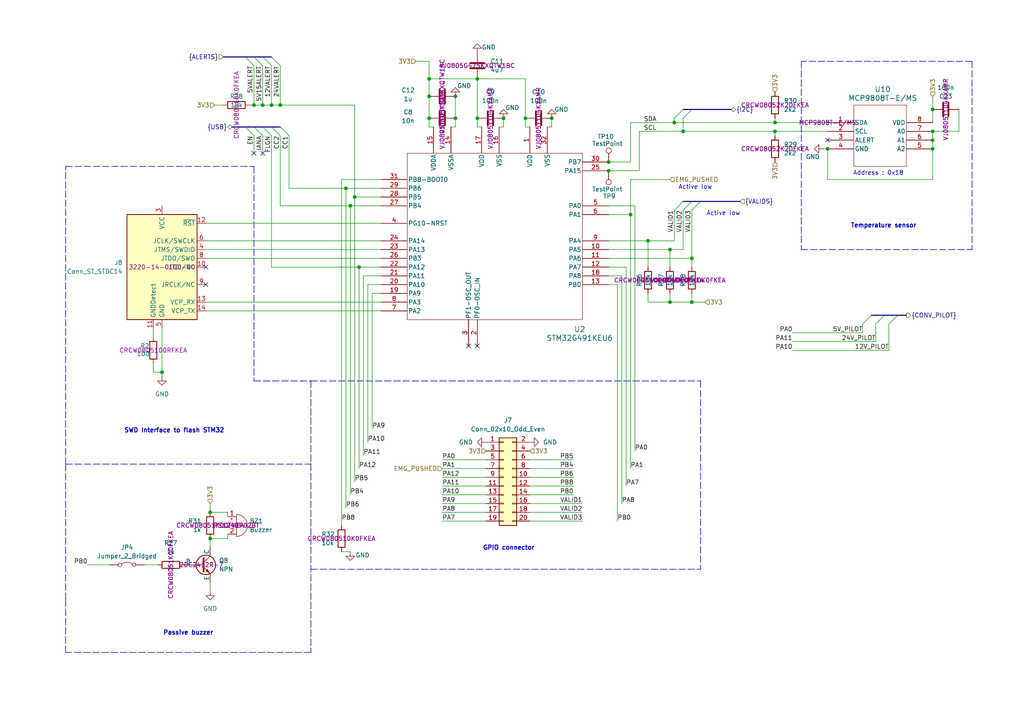
<source format=kicad_sch>
(kicad_sch (version 20250114) (generator "eeschema") (generator_version "9.0")
  (paper "A4")
  (title_block (title "Power supply controller") (date "2025-02-10") (rev "3") (company "Modelec") (comment 1 "read temperature, power measurements and validity status of the inputs") (comment 2 "GPIO are accessible via J7 connector. The microcontroller can detect an emergency stop,") (comment 3 "robot power supply. The microcontroller is programmable via SWD interface. Most of the ") (comment 4 "The aim of the microcontroller is to provide a control and monitoring interface for the "))
  (lib_symbols
    (symbol "Connector:Conn_ST_STDC14"
      (property "Reference" "J" (at -8.89 16.51 0))
      (property "Value" "Conn_ST_STDC14" (at 17.78 16.51 0))
      (symbol "Conn_ST_STDC14_0_1"
        (rectangle (start -10.16 15.24) (end 10.16 -15.24) (stroke (width 0.254)) (fill (type background)))
      )
      (symbol "Conn_ST_STDC14_1_1"
        (pin no_connect line (at -10.16 5.08 0) (length 2.54) (hide yes) (name "NC") (number "1"))
        (pin no_connect line (at -10.16 2.54 0) (length 2.54) (hide yes) (name "NC") (number "2"))
        (pin passive line (at -2.54 -17.78 90) (length 2.54) (name "GNDDetect") (number "11"))
        (pin power_in line (at 0 17.78 270) (length 2.54) (name "VCC") (number "3"))
        (pin power_in line (at 0 -17.78 90) (length 2.54) (name "GND") (number "5"))
        (pin passive line (at 0 -17.78 90) (length 2.54) (hide yes) (name "GND") (number "7"))
        (pin open_collector line (at 12.7 12.7 180) (length 2.54) (name "~{RST}") (number "12"))
        (pin output line (at 12.7 7.62 180) (length 2.54) (name "JCLK/SWCLK") (number "6"))
        (pin bidirectional line (at 12.7 5.08 180) (length 2.54) (name "JTMS/SWDIO") (number "4"))
        (pin input line (at 12.7 2.54 180) (length 2.54) (name "JTDO/SWO") (number "8"))
        (pin output line (at 12.7 0 180) (length 2.54) (name "JTDI/NC") (number "10"))
        (pin input line (at 12.7 -5.08 180) (length 2.54) (name "JRCLK/NC") (number "9"))
        (pin output line (at 12.7 -10.16 180) (length 2.54) (name "VCP_RX") (number "13"))
        (pin input line (at 12.7 -12.7 180) (length 2.54) (name "VCP_TX") (number "14"))
      )
    )
    (symbol "Connector:TestPoint" (pin_numbers (hide yes)) (pin_names (offset 0.762) (hide yes))
      (property "Reference" "TP" (at 0 6.858 0))
      (property "Value" "TestPoint" (at 0 5.08 0))
      (symbol "TestPoint_0_1"
        (circle (center 0 3.302) (radius 0.762))
      )
      (symbol "TestPoint_1_1"
        (pin passive line (at 0 0 90) (length 2.54) (name "1") (number "1"))
      )
    )
    (symbol "Connector_Generic:Conn_02x10_Odd_Even" (pin_names (offset 1.016) (hide yes))
      (property "Reference" "J" (at 1.27 12.7 0))
      (property "Value" "Conn_02x10_Odd_Even" (at 1.27 -15.24 0))
      (symbol "Conn_02x10_Odd_Even_1_1"
        (rectangle (start -1.27 11.43) (end 3.81 -13.97) (stroke (width 0.254)) (fill (type background)))
        (rectangle (start -1.27 10.287) (end 0 10.033) (stroke (width 0.1524)))
        (rectangle (start -1.27 7.747) (end 0 7.493) (stroke (width 0.1524)))
        (rectangle (start -1.27 5.207) (end 0 4.953) (stroke (width 0.1524)))
        (rectangle (start -1.27 2.667) (end 0 2.413) (stroke (width 0.1524)))
        (rectangle (start -1.27 0.127) (end 0 -0.127) (stroke (width 0.1524)))
        (rectangle (start -1.27 -2.413) (end 0 -2.667) (stroke (width 0.1524)))
        (rectangle (start -1.27 -4.953) (end 0 -5.207) (stroke (width 0.1524)))
        (rectangle (start -1.27 -7.493) (end 0 -7.747) (stroke (width 0.1524)))
        (rectangle (start -1.27 -10.033) (end 0 -10.287) (stroke (width 0.1524)))
        (rectangle (start -1.27 -12.573) (end 0 -12.827) (stroke (width 0.1524)))
        (rectangle (start 3.81 10.287) (end 2.54 10.033) (stroke (width 0.1524)))
        (rectangle (start 3.81 7.747) (end 2.54 7.493) (stroke (width 0.1524)))
        (rectangle (start 3.81 5.207) (end 2.54 4.953) (stroke (width 0.1524)))
        (rectangle (start 3.81 2.667) (end 2.54 2.413) (stroke (width 0.1524)))
        (rectangle (start 3.81 0.127) (end 2.54 -0.127) (stroke (width 0.1524)))
        (rectangle (start 3.81 -2.413) (end 2.54 -2.667) (stroke (width 0.1524)))
        (rectangle (start 3.81 -4.953) (end 2.54 -5.207) (stroke (width 0.1524)))
        (rectangle (start 3.81 -7.493) (end 2.54 -7.747) (stroke (width 0.1524)))
        (rectangle (start 3.81 -10.033) (end 2.54 -10.287) (stroke (width 0.1524)))
        (rectangle (start 3.81 -12.573) (end 2.54 -12.827) (stroke (width 0.1524)))
        (pin passive line (at -5.08 10.16 0) (length 3.81) (name "Pin_1") (number "1"))
        (pin passive line (at -5.08 7.62 0) (length 3.81) (name "Pin_3") (number "3"))
        (pin passive line (at -5.08 5.08 0) (length 3.81) (name "Pin_5") (number "5"))
        (pin passive line (at -5.08 2.54 0) (length 3.81) (name "Pin_7") (number "7"))
        (pin passive line (at -5.08 0 0) (length 3.81) (name "Pin_9") (number "9"))
        (pin passive line (at -5.08 -2.54 0) (length 3.81) (name "Pin_11") (number "11"))
        (pin passive line (at -5.08 -5.08 0) (length 3.81) (name "Pin_13") (number "13"))
        (pin passive line (at -5.08 -7.62 0) (length 3.81) (name "Pin_15") (number "15"))
        (pin passive line (at -5.08 -10.16 0) (length 3.81) (name "Pin_17") (number "17"))
        (pin passive line (at -5.08 -12.7 0) (length 3.81) (name "Pin_19") (number "19"))
        (pin passive line (at 7.62 10.16 180) (length 3.81) (name "Pin_2") (number "2"))
        (pin passive line (at 7.62 7.62 180) (length 3.81) (name "Pin_4") (number "4"))
        (pin passive line (at 7.62 5.08 180) (length 3.81) (name "Pin_6") (number "6"))
        (pin passive line (at 7.62 2.54 180) (length 3.81) (name "Pin_8") (number "8"))
        (pin passive line (at 7.62 0 180) (length 3.81) (name "Pin_10") (number "10"))
        (pin passive line (at 7.62 -2.54 180) (length 3.81) (name "Pin_12") (number "12"))
        (pin passive line (at 7.62 -5.08 180) (length 3.81) (name "Pin_14") (number "14"))
        (pin passive line (at 7.62 -7.62 180) (length 3.81) (name "Pin_16") (number "16"))
        (pin passive line (at 7.62 -10.16 180) (length 3.81) (name "Pin_18") (number "18"))
        (pin passive line (at 7.62 -12.7 180) (length 3.81) (name "Pin_20") (number "20"))
      )
    )
    (symbol "Device:Buzzer" (pin_names (offset 0.0254) (hide yes))
      (property "Reference" "BZ" (at 3.81 1.27 0))
      (property "Value" "Buzzer" (at 3.81 -1.27 0))
      (symbol "Buzzer_0_1"
        (polyline (pts (xy -1.651 1.905) (xy -1.143 1.905)))
        (polyline (pts (xy -1.397 2.159) (xy -1.397 1.651)))
        (arc (start 0 3.175) (mid 3.1612 0) (end 0 -3.175))
        (polyline (pts (xy 0 3.175) (xy 0 -3.175)))
      )
      (symbol "Buzzer_1_1"
        (pin passive line (at -2.54 2.54 0) (length 2.54) (name "+") (number "1"))
        (pin passive line (at -2.54 -2.54 0) (length 2.54) (name "-") (number "2"))
      )
    )
    (symbol "Device:C" (pin_numbers (hide yes)) (pin_names (offset 0.254))
      (property "Reference" "C" (at 0.635 2.54 0))
      (property "Value" "C" (at 0.635 -2.54 0))
      (symbol "C_0_1"
        (polyline (pts (xy -2.032 0.762) (xy 2.032 0.762)) (stroke (width 0.508)))
        (polyline (pts (xy -2.032 -0.762) (xy 2.032 -0.762)) (stroke (width 0.508)))
      )
      (symbol "C_1_1"
        (pin passive line (at 0 3.81 270) (length 2.794) (name "~") (number "1"))
        (pin passive line (at 0 -3.81 90) (length 2.794) (name "~") (number "2"))
      )
    )
    (symbol "Device:R" (pin_numbers (hide yes)) (pin_names (offset 0))
      (property "Reference" "R" (at 2.032 0 90))
      (property "Value" "R" (at 0 0 90))
      (symbol "R_0_1"
        (rectangle (start -1.016 -2.54) (end 1.016 2.54) (stroke (width 0.254)))
      )
      (symbol "R_1_1"
        (pin passive line (at 0 3.81 270) (length 1.27) (name "~") (number "1"))
        (pin passive line (at 0 -3.81 90) (length 1.27) (name "~") (number "2"))
      )
    )
    (symbol "Jumper:Jumper_2_Bridged" (pin_numbers (hide yes)) (pin_names (offset 0) (hide yes)) (exclude_from_sim yes)
      (property "Reference" "JP" (at 0 1.905 0))
      (property "Value" "Jumper_2_Bridged" (at 0 -2.54 0))
      (symbol "Jumper_2_Bridged_0_0"
        (circle (center -2.032 0) (radius 0.508))
        (circle (center 2.032 0) (radius 0.508))
      )
      (symbol "Jumper_2_Bridged_0_1"
        (arc (start -1.524 0.254) (mid 0 0.762) (end 1.524 0.254))
      )
      (symbol "Jumper_2_Bridged_1_1"
        (pin passive line (at -5.08 0 0) (length 2.54) (name "A") (number "1"))
        (pin passive line (at 5.08 0 180) (length 2.54) (name "B") (number "2"))
      )
    )
    (symbol "Modelec:MCP9808T-E_MS" (pin_names (offset 0.254))
      (property "Reference" "U10" (at 16.002 9.652 0))
      (property "Value" "MCP9808T-E/MS" (at 16.002 7.112 0))
      (symbol "MCP9808T-E_MS_0_1"
        (polyline (pts (xy 7.62 5.08) (xy 7.62 -12.7)) (stroke (width 0.127)))
        (polyline (pts (xy 7.62 -12.7) (xy 22.86 -12.7)) (stroke (width 0.127)))
        (polyline (pts (xy 22.86 5.08) (xy 7.62 5.08)) (stroke (width 0.127)))
        (polyline (pts (xy 22.86 -12.7) (xy 22.86 5.08)) (stroke (width 0.127)))
        (pin unspecified line (at 0 0 0) (length 7.62) (name "SDA") (number "1"))
        (pin unspecified line (at 0 -2.54 0) (length 7.62) (name "SCL") (number "2"))
        (pin output line (at 0 -5.08 0) (length 7.62) (name "ALERT") (number "3"))
        (pin power_in line (at 0 -7.62 0) (length 7.62) (name "GND") (number "4"))
        (pin power_in line (at 30.48 0 180) (length 7.62) (name "VDD") (number "8"))
        (pin unspecified line (at 30.48 -2.54 180) (length 7.62) (name "A0") (number "7"))
        (pin unspecified line (at 30.48 -5.08 180) (length 7.62) (name "A1") (number "6"))
        (pin unspecified line (at 30.48 -7.62 180) (length 7.62) (name "A2") (number "5"))
      )
    )
    (symbol "Modelec:STM32G491KEU6" (pin_names (offset 0.254))
      (property "Reference" "U2" (at 57.658 -45.974 0))
      (property "Value" "STM32G491KEU6" (at 57.658 -48.514 0))
      (symbol "STM32G491KEU6_0_1"
        (polyline (pts (xy 7.62 5.08) (xy 58.42 5.08)) (stroke (width 0.127)))
        (polyline (pts (xy 7.62 -43.18) (xy 7.62 5.08)) (stroke (width 0.127)))
        (polyline (pts (xy 58.42 5.08) (xy 58.42 -43.18)) (stroke (width 0.127)))
        (polyline (pts (xy 58.42 -43.18) (xy 7.62 -43.18)) (stroke (width 0.127)))
        (pin bidirectional line (at 0 -2.54 0) (length 7.62) (name "PB8-BOOT0") (number "31"))
        (pin bidirectional line (at 0 -5.08 0) (length 7.62) (name "PB6") (number "29"))
        (pin bidirectional line (at 0 -7.62 0) (length 7.62) (name "PB5") (number "28"))
        (pin bidirectional line (at 0 -10.16 0) (length 7.62) (name "PB4") (number "27"))
        (pin unspecified line (at 0 -15.24 0) (length 7.62) (name "PG10-NRST") (number "4"))
        (pin bidirectional line (at 0 -20.32 0) (length 7.62) (name "PA14") (number "24"))
        (pin bidirectional line (at 0 -22.86 0) (length 7.62) (name "PA13") (number "23"))
        (pin bidirectional line (at 0 -25.4 0) (length 7.62) (name "PB3") (number "26"))
        (pin bidirectional line (at 0 -27.94 0) (length 7.62) (name "PA12") (number "22"))
        (pin bidirectional line (at 0 -30.48 0) (length 7.62) (name "PA11") (number "21"))
        (pin bidirectional line (at 0 -33.02 0) (length 7.62) (name "PA10") (number "20"))
        (pin bidirectional line (at 0 -35.56 0) (length 7.62) (name "PA9") (number "19"))
        (pin bidirectional line (at 0 -38.1 0) (length 7.62) (name "PA3") (number "8"))
        (pin bidirectional line (at 0 -40.64 0) (length 7.62) (name "PA2") (number "7"))
        (pin power_in line (at 20.32 12.7 270) (length 7.62) (name "VSSA") (number "14"))
        (pin output line (at 25.4 -50.8 90) (length 7.62) (name "PF1-OSC_OUT") (number "3"))
        (pin bidirectional line (at 27.94 -50.8 90) (length 7.62) (name "PF0-OSC_IN") (number "2"))
        (pin power_in line (at 29.21 12.7 270) (length 7.62) (name "VDD") (number "17"))
        (pin power_in line (at 34.29 12.7 270) (length 7.62) (name "VSS") (number "16"))
        (pin power_in line (at 43.18 12.7 270) (length 7.62) (name "VDD") (number "1"))
        (pin power_out line (at 48.26 12.7 270) (length 7.62) (name "VSS") (number "32"))
        (pin bidirectional line (at 66.04 2.54 180) (length 7.62) (name "PB7") (number "30"))
        (pin bidirectional line (at 66.04 0 180) (length 7.62) (name "PA15") (number "25"))
        (pin bidirectional line (at 66.04 -10.16 180) (length 7.62) (name "PA0") (number "5"))
        (pin bidirectional line (at 66.04 -12.7 180) (length 7.62) (name "PA1") (number "6"))
        (pin bidirectional line (at 66.04 -20.32 180) (length 7.62) (name "PA4") (number "9"))
        (pin bidirectional line (at 66.04 -22.86 180) (length 7.62) (name "PA5") (number "10"))
        (pin bidirectional line (at 66.04 -25.4 180) (length 7.62) (name "PA6") (number "11"))
        (pin bidirectional line (at 66.04 -27.94 180) (length 7.62) (name "PA7") (number "12"))
        (pin bidirectional line (at 66.04 -30.48 180) (length 7.62) (name "PA8") (number "18"))
        (pin bidirectional line (at 66.04 -33.02 180) (length 7.62) (name "PB0") (number "13"))
      )
      (symbol "STM32G491KEU6_1_1"
        (pin power_in line (at 15.24 12.7 270) (length 7.62) (name "VDDA") (number "15"))
      )
    )
    (symbol "Simulation_SPICE:NPN" (pin_numbers (hide yes)) (pin_names (offset 0))
      (property "Reference" "Q8" (at 5.08 1.2701 0))
      (property "Value" "NPN" (at 5.08 -1.2699 0))
      (symbol "NPN_0_1"
        (polyline (pts (xy -2.54 0) (xy 0.635 0)) (stroke (width 0.1524)))
        (polyline (pts (xy 0.635 1.905) (xy 0.635 -1.905) (xy 0.635 -1.905)) (stroke (width 0.508)))
        (polyline (pts (xy 0.635 0.635) (xy 2.54 2.54)))
        (polyline (pts (xy 0.635 -0.635) (xy 2.54 -2.54) (xy 2.54 -2.54)))
        (circle (center 1.27 0) (radius 2.8194) (stroke (width 0.254)))
        (polyline (pts (xy 1.27 -1.778) (xy 1.778 -1.27) (xy 2.286 -2.286) (xy 1.27 -1.778) (xy 1.27 -1.778)) (fill (type outline)))
        (polyline (pts (xy 2.794 -1.27) (xy 2.794 -1.27)) (stroke (width 0.1524)))
        (polyline (pts (xy 2.794 -1.27) (xy 2.794 -1.27)) (stroke (width 0.1524)))
      )
      (symbol "NPN_1_1"
        (pin input line (at -5.08 0 0) (length 2.54) (name "B") (number "2"))
        (pin open_collector line (at 2.54 5.08 270) (length 2.54) (name "C") (number "3"))
        (pin open_emitter line (at 2.54 -5.08 90) (length 2.54) (name "E") (number "1"))
      )
    )
    (symbol "power:GND" (power) (pin_numbers (hide yes)) (pin_names (offset 0) (hide yes))
      (property "Value" "GND" (at 0 -3.81 0))
      (symbol "GND_0_1"
        (polyline (pts (xy 0 0) (xy 0 -1.27) (xy 1.27 -1.27) (xy 0 -2.54) (xy -1.27 -1.27) (xy 0 -1.27)))
      )
      (symbol "GND_1_1"
        (pin power_in line (at 0 0 270) (length 0) (name "~") (number "1"))
      )
    )
  )
  (text "Active low" (at 209.804 61.976 0) (effects (font (size 1.27 1.27))))
  (text "GPIO connector" (at 147.574 159.004 0) (effects (font (size 1.27 1.27) (thickness 0.254) (bold yes))))
  (text "Passive buzzer" (at 54.61 183.642 0) (effects (font (size 1.27 1.27) (thickness 0.254) (bold yes))))
  (text "SWD Interface to flash STM32" (at 50.546 124.968 0) (effects (font (size 1.27 1.27) (thickness 0.254) (bold yes))))
  (text "Temperature sensor" (at 256.286 65.532 0) (effects (font (size 1.27 1.27) (thickness 0.254) (bold yes))))
  (text "Address : 0x18" (at 254.762 50.292 0) (effects (font (size 1.27 1.27))))
  (text "Active low" (at 201.676 54.356 0) (effects (font (size 1.27 1.27))))
  (junction (at 76.2 30.48))
  (junction (at 78.74 30.48))
  (junction (at 224.79 35.56))
  (junction (at 270.51 31.75))
  (junction (at 152.4 34.29))
  (junction (at 198.12 38.1))
  (junction (at 101.6 59.69))
  (junction (at 176.53 46.99))
  (junction (at 81.28 30.48))
  (junction (at 182.88 62.23))
  (junction (at 100.33 54.61))
  (junction (at 46.99 107.95))
  (junction (at 200.66 87.63))
  (junction (at 124.46 22.86))
  (junction (at 270.51 38.1))
  (junction (at 102.87 57.15))
  (junction (at 60.96 156.21))
  (junction (at 138.43 22.86))
  (junction (at 124.46 27.94))
  (junction (at 270.51 43.18))
  (junction (at 132.08 34.29))
  (junction (at 224.79 38.1))
  (junction (at 132.08 27.94))
  (junction (at 176.53 49.53))
  (junction (at 146.05 34.29))
  (junction (at 187.96 69.85))
  (junction (at 195.58 35.56))
  (junction (at 200.66 74.93))
  (junction (at 138.43 34.29))
  (junction (at 73.66 30.48))
  (junction (at 104.14 77.47))
  (junction (at 60.96 148.59))
  (junction (at 124.46 34.29))
  (junction (at 160.02 34.29))
  (junction (at 194.31 72.39))
  (junction (at 240.03 43.18))
  (junction (at 194.31 87.63))
  (junction (at 270.51 40.64))
  (no_connect (at 138.43 100.33))
  (no_connect (at 240.03 40.64))
  (no_connect (at 59.69 77.47))
  (no_connect (at 73.66 44.45))
  (no_connect (at 59.69 82.55))
  (no_connect (at 76.2 44.45))
  (no_connect (at 135.89 100.33))
  (bus_entry (at 76.2 16.51) (size 2.54 2.54))
  (bus_entry (at 78.74 36.83) (size 2.54 2.54))
  (bus_entry (at 254 93.98) (size 2.54 -2.54))
  (bus_entry (at 73.66 39.37) (size -2.54 -2.54))
  (bus_entry (at 78.74 16.51) (size 2.54 2.54))
  (bus_entry (at 73.66 16.51) (size 2.54 2.54))
  (bus_entry (at 257.81 93.98) (size 2.54 -2.54))
  (bus_entry (at 198.12 31.75) (size -2.54 2.54))
  (bus_entry (at 76.2 39.37) (size -2.54 -2.54))
  (bus_entry (at 76.2 36.83) (size 2.54 2.54))
  (bus_entry (at 198.12 58.42) (size -2.54 2.54))
  (bus_entry (at 200.66 58.42) (size -2.54 2.54))
  (bus_entry (at 71.12 16.51) (size 2.54 2.54))
  (bus_entry (at 81.28 36.83) (size 2.54 2.54))
  (bus_entry (at 200.66 31.75) (size -2.54 2.54))
  (bus_entry (at 250.19 93.98) (size 2.54 -2.54))
  (bus_entry (at 203.2 58.42) (size -2.54 2.54))
  (wire (pts (xy 66.04 154.94) (xy 66.04 156.21)))
  (wire (pts (xy 132.08 36.83) (xy 130.81 36.83)))
  (wire (pts (xy 146.05 36.83) (xy 146.05 34.29)))
  (wire (pts (xy 187.96 69.85) (xy 187.96 77.47)))
  (wire (pts (xy 31.75 163.83) (xy 25.4 163.83)))
  (wire (pts (xy 152.4 36.83) (xy 153.67 36.83)))
  (polyline (pts (xy 73.66 48.26) (xy 73.66 110.49)) (stroke (width 0.1778) (type dash)))
  (polyline (pts (xy 19.05 173.99) (xy 19.05 189.23)) (stroke (width 0.1778) (type dash)))
  (polyline (pts (xy 90.17 165.1) (xy 203.2 165.1)) (stroke (width 0.1778) (type dash)))
  (wire (pts (xy 187.96 69.85) (xy 195.58 69.85)))
  (wire (pts (xy 179.07 82.55) (xy 179.07 151.13)))
  (wire (pts (xy 254 99.06) (xy 254 93.98)))
  (wire (pts (xy 60.96 168.91) (xy 60.96 171.45)))
  (wire (pts (xy 270.51 27.94) (xy 270.51 31.75)))
  (wire (pts (xy 195.58 35.56) (xy 224.79 35.56)))
  (wire (pts (xy 194.31 87.63) (xy 194.31 85.09)))
  (wire (pts (xy 124.46 17.78) (xy 124.46 22.86)))
  (wire (pts (xy 200.66 74.93) (xy 200.66 60.96)))
  (wire (pts (xy 59.69 64.77) (xy 110.49 64.77)))
  (wire (pts (xy 185.42 38.1) (xy 185.42 49.53)))
  (wire (pts (xy 44.45 105.41) (xy 44.45 107.95)))
  (wire (pts (xy 181.61 77.47) (xy 181.61 140.97)))
  (wire (pts (xy 106.68 82.55) (xy 106.68 128.27)))
  (bus (pts (xy 203.2 58.42) (xy 214.63 58.42)))
  (wire (pts (xy 101.6 59.69) (xy 110.49 59.69)))
  (wire (pts (xy 66.04 148.59) (xy 66.04 149.86)))
  (wire (pts (xy 229.87 101.6) (xy 257.81 101.6)))
  (wire (pts (xy 195.58 34.29) (xy 195.58 35.56)))
  (wire (pts (xy 62.23 30.48) (xy 64.77 30.48)))
  (wire (pts (xy 200.66 87.63) (xy 200.66 85.09)))
  (bus (pts (xy 200.66 58.42) (xy 203.2 58.42)))
  (wire (pts (xy 153.67 151.13) (xy 168.91 151.13)))
  (bus (pts (xy 260.35 91.44) (xy 262.89 91.44)))
  (wire (pts (xy 128.27 133.35) (xy 140.97 133.35)))
  (wire (pts (xy 99.06 52.07) (xy 110.49 52.07)))
  (polyline (pts (xy 19.05 134.62) (xy 19.05 173.99)) (stroke (width 0.1778) (type dash)))
  (wire (pts (xy 176.53 49.53) (xy 185.42 49.53)))
  (wire (pts (xy 81.28 30.48) (xy 78.74 30.48)))
  (wire (pts (xy 198.12 34.29) (xy 198.12 38.1)))
  (polyline (pts (xy 281.94 17.78) (xy 232.41 17.78)) (stroke (width 0.1778) (type dash)))
  (wire (pts (xy 176.53 46.99) (xy 182.88 46.99)))
  (wire (pts (xy 176.53 80.01) (xy 180.34 80.01)))
  (wire (pts (xy 81.28 39.37) (xy 81.28 59.69)))
  (wire (pts (xy 176.53 59.69) (xy 184.15 59.69)))
  (wire (pts (xy 194.31 72.39) (xy 198.12 72.39)))
  (wire (pts (xy 73.66 39.37) (xy 73.66 44.45)))
  (bus (pts (xy 76.2 16.51) (xy 73.66 16.51)))
  (wire (pts (xy 278.13 31.75) (xy 278.13 38.1)))
  (polyline (pts (xy 19.05 134.62) (xy 90.17 134.62)) (stroke (width 0.1778) (type dash)))
  (bus (pts (xy 198.12 31.75) (xy 200.66 31.75)))
  (wire (pts (xy 78.74 39.37) (xy 78.74 77.47)))
  (polyline (pts (xy 203.2 110.49) (xy 203.2 165.1)) (stroke (width 0.1778) (type dash)))
  (wire (pts (xy 187.96 87.63) (xy 187.96 85.09)))
  (wire (pts (xy 99.06 160.02) (xy 101.6 160.02)))
  (wire (pts (xy 128.27 140.97) (xy 140.97 140.97)))
  (wire (pts (xy 138.43 22.86) (xy 138.43 34.29)))
  (wire (pts (xy 110.49 85.09) (xy 107.95 85.09)))
  (wire (pts (xy 124.46 36.83) (xy 125.73 36.83)))
  (wire (pts (xy 102.87 57.15) (xy 102.87 30.48)))
  (wire (pts (xy 250.19 93.98) (xy 250.19 96.52)))
  (wire (pts (xy 176.53 69.85) (xy 187.96 69.85)))
  (wire (pts (xy 110.49 82.55) (xy 106.68 82.55)))
  (wire (pts (xy 128.27 143.51) (xy 140.97 143.51)))
  (wire (pts (xy 176.53 74.93) (xy 200.66 74.93)))
  (wire (pts (xy 153.67 148.59) (xy 168.91 148.59)))
  (bus (pts (xy 81.28 36.83) (xy 78.74 36.83)))
  (wire (pts (xy 224.79 34.29) (xy 224.79 35.56)))
  (wire (pts (xy 128.27 146.05) (xy 140.97 146.05)))
  (bus (pts (xy 252.73 91.44) (xy 256.54 91.44)))
  (wire (pts (xy 185.42 38.1) (xy 198.12 38.1)))
  (bus (pts (xy 76.2 36.83) (xy 73.66 36.83)))
  (wire (pts (xy 187.96 87.63) (xy 194.31 87.63)))
  (wire (pts (xy 144.78 36.83) (xy 146.05 36.83)))
  (wire (pts (xy 59.69 69.85) (xy 110.49 69.85)))
  (wire (pts (xy 153.67 140.97) (xy 166.37 140.97)))
  (wire (pts (xy 83.82 39.37) (xy 83.82 54.61)))
  (wire (pts (xy 153.67 138.43) (xy 166.37 138.43)))
  (wire (pts (xy 44.45 107.95) (xy 46.99 107.95)))
  (polyline (pts (xy 73.66 110.49) (xy 90.17 110.49)) (stroke (width 0.1778) (type dash)))
  (wire (pts (xy 182.88 52.07) (xy 194.31 52.07)))
  (wire (pts (xy 99.06 52.07) (xy 99.06 152.4)))
  (wire (pts (xy 182.88 62.23) (xy 182.88 135.89)))
  (wire (pts (xy 194.31 87.63) (xy 200.66 87.63)))
  (polyline (pts (xy 281.94 17.78) (xy 281.94 72.39)) (stroke (width 0.1778) (type dash)))
  (wire (pts (xy 238.76 43.18) (xy 240.03 43.18)))
  (wire (pts (xy 81.28 19.05) (xy 81.28 30.48)))
  (wire (pts (xy 41.91 163.83) (xy 45.72 163.83)))
  (wire (pts (xy 46.99 95.25) (xy 46.99 107.95)))
  (wire (pts (xy 60.96 148.59) (xy 66.04 148.59)))
  (wire (pts (xy 138.43 34.29) (xy 138.43 36.83)))
  (wire (pts (xy 160.02 36.83) (xy 158.75 36.83)))
  (wire (pts (xy 180.34 80.01) (xy 180.34 146.05)))
  (wire (pts (xy 78.74 19.05) (xy 78.74 30.48)))
  (wire (pts (xy 60.96 156.21) (xy 60.96 158.75)))
  (wire (pts (xy 102.87 139.7) (xy 102.87 57.15)))
  (wire (pts (xy 44.45 97.79) (xy 44.45 95.25)))
  (wire (pts (xy 229.87 99.06) (xy 254 99.06)))
  (wire (pts (xy 224.79 38.1) (xy 240.03 38.1)))
  (wire (pts (xy 224.79 35.56) (xy 240.03 35.56)))
  (wire (pts (xy 128.27 138.43) (xy 140.97 138.43)))
  (wire (pts (xy 128.27 151.13) (xy 140.97 151.13)))
  (polyline (pts (xy 90.17 110.49) (xy 203.2 110.49)) (stroke (width 0.1778) (type dash)))
  (wire (pts (xy 153.67 135.89) (xy 166.37 135.89)))
  (wire (pts (xy 270.51 31.75) (xy 270.51 35.56)))
  (wire (pts (xy 270.51 38.1) (xy 278.13 38.1)))
  (wire (pts (xy 270.51 52.07) (xy 270.51 43.18)))
  (wire (pts (xy 176.53 72.39) (xy 194.31 72.39)))
  (wire (pts (xy 176.53 77.47) (xy 181.61 77.47)))
  (bus (pts (xy 73.66 16.51) (xy 71.12 16.51)))
  (wire (pts (xy 46.99 107.95) (xy 46.99 109.22)))
  (wire (pts (xy 124.46 27.94) (xy 124.46 34.29)))
  (wire (pts (xy 176.53 62.23) (xy 182.88 62.23)))
  (wire (pts (xy 132.08 27.94) (xy 132.08 34.29)))
  (wire (pts (xy 105.41 80.01) (xy 105.41 132.08)))
  (polyline (pts (xy 90.17 189.23) (xy 19.05 189.23)) (stroke (width 0.1778) (type dash)))
  (wire (pts (xy 182.88 62.23) (xy 182.88 52.07)))
  (bus (pts (xy 78.74 36.83) (xy 76.2 36.83)))
  (wire (pts (xy 198.12 72.39) (xy 198.12 60.96)))
  (wire (pts (xy 195.58 69.85) (xy 195.58 60.96)))
  (wire (pts (xy 83.82 54.61) (xy 100.33 54.61)))
  (wire (pts (xy 224.79 39.37) (xy 224.79 38.1)))
  (bus (pts (xy 256.54 91.44) (xy 260.35 91.44)))
  (wire (pts (xy 59.69 74.93) (xy 110.49 74.93)))
  (wire (pts (xy 73.66 30.48) (xy 76.2 30.48)))
  (wire (pts (xy 128.27 148.59) (xy 140.97 148.59)))
  (bus (pts (xy 71.12 16.51) (xy 64.77 16.51)))
  (wire (pts (xy 153.67 146.05) (xy 168.91 146.05)))
  (wire (pts (xy 124.46 27.94) (xy 124.46 22.86)))
  (wire (pts (xy 152.4 22.86) (xy 152.4 34.29)))
  (wire (pts (xy 128.27 135.89) (xy 140.97 135.89)))
  (bus (pts (xy 198.12 58.42) (xy 200.66 58.42)))
  (polyline (pts (xy 19.05 48.26) (xy 73.66 48.26)) (stroke (width 0.1778) (type dash)))
  (wire (pts (xy 270.51 40.64) (xy 270.51 38.1)))
  (wire (pts (xy 270.51 43.18) (xy 270.51 40.64)))
  (wire (pts (xy 73.66 19.05) (xy 73.66 30.48)))
  (wire (pts (xy 229.87 96.52) (xy 250.19 96.52)))
  (wire (pts (xy 194.31 72.39) (xy 194.31 77.47)))
  (wire (pts (xy 76.2 19.05) (xy 76.2 30.48)))
  (wire (pts (xy 120.65 17.78) (xy 124.46 17.78)))
  (wire (pts (xy 104.14 77.47) (xy 110.49 77.47)))
  (wire (pts (xy 176.53 82.55) (xy 179.07 82.55)))
  (wire (pts (xy 100.33 54.61) (xy 110.49 54.61)))
  (wire (pts (xy 138.43 36.83) (xy 139.7 36.83)))
  (wire (pts (xy 184.15 59.69) (xy 184.15 130.81)))
  (wire (pts (xy 153.67 143.51) (xy 166.37 143.51)))
  (wire (pts (xy 153.67 133.35) (xy 166.37 133.35)))
  (wire (pts (xy 124.46 22.86) (xy 138.43 22.86)))
  (wire (pts (xy 132.08 34.29) (xy 132.08 36.83)))
  (wire (pts (xy 104.14 77.47) (xy 78.74 77.47)))
  (wire (pts (xy 100.33 54.61) (xy 100.33 147.32)))
  (wire (pts (xy 124.46 34.29) (xy 124.46 36.83)))
  (bus (pts (xy 78.74 16.51) (xy 76.2 16.51)))
  (polyline (pts (xy 90.17 110.49) (xy 90.17 134.62)) (stroke (width 0.1778) (type dash)))
  (wire (pts (xy 60.96 146.05) (xy 60.96 148.59)))
  (wire (pts (xy 110.49 80.01) (xy 105.41 80.01)))
  (wire (pts (xy 59.69 90.17) (xy 110.49 90.17)))
  (wire (pts (xy 81.28 59.69) (xy 101.6 59.69)))
  (wire (pts (xy 78.74 30.48) (xy 76.2 30.48)))
  (wire (pts (xy 257.81 101.6) (xy 257.81 93.98)))
  (polyline (pts (xy 19.05 134.62) (xy 19.05 48.26)) (stroke (width 0.1778) (type dash)))
  (wire (pts (xy 182.88 46.99) (xy 182.88 35.56)))
  (wire (pts (xy 240.03 52.07) (xy 240.03 43.18)))
  (wire (pts (xy 198.12 38.1) (xy 224.79 38.1)))
  (wire (pts (xy 200.66 87.63) (xy 204.47 87.63)))
  (bus (pts (xy 200.66 31.75) (xy 212.09 31.75)))
  (wire (pts (xy 81.28 30.48) (xy 102.87 30.48)))
  (wire (pts (xy 152.4 22.86) (xy 138.43 22.86)))
  (wire (pts (xy 182.88 35.56) (xy 195.58 35.56)))
  (wire (pts (xy 66.04 156.21) (xy 60.96 156.21)))
  (polyline (pts (xy 232.41 17.78) (xy 232.41 72.39)) (stroke (width 0.1778) (type dash)))
  (wire (pts (xy 152.4 34.29) (xy 152.4 36.83)))
  (wire (pts (xy 200.66 74.93) (xy 200.66 77.47)))
  (bus (pts (xy 71.12 36.83) (xy 67.31 36.83)))
  (wire (pts (xy 59.69 72.39) (xy 110.49 72.39)))
  (wire (pts (xy 101.6 59.69) (xy 101.6 143.51)))
  (wire (pts (xy 59.69 87.63) (xy 110.49 87.63)))
  (wire (pts (xy 160.02 34.29) (xy 160.02 36.83)))
  (wire (pts (xy 107.95 85.09) (xy 107.95 124.46)))
  (wire (pts (xy 76.2 39.37) (xy 76.2 44.45)))
  (polyline (pts (xy 232.41 72.39) (xy 281.94 72.39)) (stroke (width 0.1778) (type dash)))
  (wire (pts (xy 104.14 77.47) (xy 104.14 135.89)))
  (wire (pts (xy 73.66 30.48) (xy 72.39 30.48)))
  (bus (pts (xy 73.66 36.83) (xy 71.12 36.83)))
  (polyline (pts (xy 90.17 134.62) (xy 90.17 189.23)) (stroke (width 0.1778) (type dash)))
  (wire (pts (xy 240.03 52.07) (xy 270.51 52.07)))
  (wire (pts (xy 102.87 57.15) (xy 110.49 57.15)))
  (label "FLGN" (at 78.74 39.37 270))
  (label "VALID1" (at 195.58 60.96 270))
  (label "24V_PILOT" (at 254 99.06 180))
  (label "PA10" (at 106.68 128.27 0))
  (label "PB4" (at 101.6 143.51 0))
  (label "5VALERT" (at 73.66 19.05 270))
  (label "SDA" (at 186.69 35.56 0))
  (label "5V_PILOT" (at 250.19 96.52 180))
  (label "PB5" (at 102.87 139.7 0))
  (label "PA11" (at 229.87 99.06 180))
  (label "IANA" (at 76.2 39.37 270))
  (label "PB8" (at 166.37 140.97 180))
  (label "PA7" (at 181.61 140.97 0))
  (label "PA7" (at 128.27 151.13 0))
  (label "PA8" (at 128.27 148.59 0))
  (label "PA9" (at 107.95 124.46 0))
  (label "VALID2" (at 168.91 148.59 180))
  (label "PB0" (at 166.37 143.51 180))
  (label "PA1" (at 128.27 135.89 0))
  (label "CC2" (at 81.28 39.37 270))
  (label "CC1" (at 83.82 39.37 270))
  (label "PA12" (at 104.14 135.89 0))
  (label "PB0" (at 179.07 151.13 0))
  (label "PA0" (at 184.15 130.81 0))
  (label "PA0" (at 229.87 96.52 180))
  (label "24VALERT" (at 81.28 19.05 270))
  (label "PA11" (at 128.27 140.97 0))
  (label "PB5" (at 166.37 133.35 180))
  (label "PA11" (at 105.41 132.08 0))
  (label "VALID2" (at 198.12 60.96 270))
  (label "12VALERT" (at 78.74 19.05 270))
  (label "EN" (at 73.66 39.37 270))
  (label "PB8" (at 99.06 151.13 0))
  (label "12V_PILOT" (at 257.81 101.6 180))
  (label "PA12" (at 128.27 138.43 0))
  (label "PB6" (at 166.37 138.43 180))
  (label "PA10" (at 128.27 143.51 0))
  (label "PA0" (at 128.27 133.35 0))
  (label "PA9" (at 128.27 146.05 0))
  (label "PA10" (at 229.87 101.6 180))
  (label "VALID3" (at 200.66 60.96 270))
  (label "VALID3" (at 168.91 151.13 180))
  (label "VALID1" (at 168.91 146.05 180))
  (label "PB6" (at 100.33 147.32 0))
  (label "PB4" (at 166.37 135.89 180))
  (label "PB0" (at 25.4 163.83 180))
  (label "SCL" (at 186.69 38.1 0))
  (label "PA8" (at 180.34 146.05 0))
  (label "PA1" (at 182.88 135.89 0))
  (label "5V15ALERT" (at 76.2 19.05 270))
  (hierarchical_label "3V3" (shape input) (at 62.23 30.48 180))
  (hierarchical_label "3V3" (shape input) (at 224.79 46.99 270))
  (hierarchical_label "3V3" (shape input) (at 153.67 130.81 0))
  (hierarchical_label "{ALERTS}" (shape input) (at 64.77 16.51 180))
  (hierarchical_label "3V3" (shape input) (at 120.65 17.78 180))
  (hierarchical_label "3V3" (shape input) (at 140.97 130.81 180))
  (hierarchical_label "{CONV_PILOT}" (shape output) (at 262.89 91.44 0))
  (hierarchical_label "3V3" (shape input) (at 204.47 87.63 0))
  (hierarchical_label "{VALIDS}" (shape input) (at 214.63 58.42 0))
  (hierarchical_label "EMG_PUSHED" (shape input) (at 194.31 52.07 0))
  (hierarchical_label "{I2C}" (shape bidirectional) (at 212.09 31.75 0))
  (hierarchical_label "3V3" (shape input) (at 224.79 26.67 90))
  (hierarchical_label "3V3" (shape input) (at 60.96 146.05 90))
  (hierarchical_label "{USB}" (shape bidirectional) (at 67.31 36.83 180))
  (hierarchical_label "3V3" (shape input) (at 270.51 27.94 90))
  (hierarchical_label "EMG_PUSHED" (shape input) (at 128.27 135.89 180))
  (symbol (lib_id "Device:R") (at 224.79 30.48 0) (unit 1)
    (property "Reference" "R30" (at 227.33 29.2099 0) (effects (justify left)))
    (property "Value" "2k2" (at 227.33 31.7499 0) (effects (justify left)))
    (property "Footprint" "Resistor_SMD:R_0805_2012Metric_Pad1.20x1.40mm_HandSolder" (effects (hide yes)))
    (property "Datasheet" "https://www.vishay.com/docs/28773/crcwce3.pdf" (effects (hide yes)))
    (property "Description" "Resistor" (effects (hide yes)))
    (property "Manufacturer_Part_Number" "CRCW08052K20FKEA" (at 224.79 30.48 0))
  )
  (symbol (lib_id "Device:R") (at 44.45 101.6 0) (unit 1)
    (property "Reference" "R2" (at 40.64 100.33 0) (effects (justify left)))
    (property "Value" "100" (at 39.624 102.616 0) (effects (justify left)))
    (property "Footprint" "Resistor_SMD:R_0805_2012Metric_Pad1.20x1.40mm_HandSolder" (effects (hide yes)))
    (property "Datasheet" "https://www.vishay.com/docs/28773/crcwce3.pdf" (effects (hide yes)))
    (property "Description" "Resistor" (effects (hide yes)))
    (property "Manufacturer_Part_Number" "CRCW0805100RFKEA" (at 44.45 101.6 0))
  )
  (symbol (lib_id "power:GND") (at 46.99 109.22 0) (unit 1)
    (property "Reference" "#PWR028" (effects (hide yes)))
    (property "Value" "GND" (at 46.99 114.3 0))
    (property "Description" "Power symbol creates a global label with name \"GND\" , ground" (effects (hide yes)))
  )
  (symbol (lib_id "Device:C") (at 142.24 34.29 90) (unit 1)
    (property "Reference" "C9" (at 142.24 26.67 90))
    (property "Value" "100n" (at 142.24 29.21 90))
    (property "Footprint" "Capacitor_SMD:C_0805_2012Metric_Pad1.18x1.45mm_HandSolder" (effects (hide yes)))
    (property "Datasheet" "https://www.vishay.com/docs/45199/vjcommercialseries.pdf" (effects (hide yes)))
    (property "Description" "Unpolarized capacitor" (effects (hide yes)))
    (property "Manufacturer_Part_Number" "VJ0805Y104KXAMR" (at 142.24 34.29 0))
  )
  (symbol (lib_id "Device:C") (at 128.27 27.94 90) (unit 1)
    (property "Reference" "C12" (at 118.364 26.162 90))
    (property "Value" "1u" (at 118.364 28.702 90))
    (property "Footprint" "Capacitor_SMD:C_0805_2012Metric_Pad1.18x1.45mm_HandSolder" (effects (hide yes)))
    (property "Datasheet" "https://www.vishay.com/docs/28548/vjw1bcbascomseries.pdf" (effects (hide yes)))
    (property "Description" "Unpolarized capacitor" (effects (hide yes)))
    (property "Manufacturer_Part_Number" "VJ0805Y105KXQTW1BC" (at 128.27 27.94 0))
  )
  (symbol (lib_id "Connector:TestPoint") (at 176.53 46.99 0) (unit 1)
    (property "Reference" "TP10" (at 173.228 39.624 0) (effects (justify left)))
    (property "Value" "TestPoint" (at 171.704 41.656 0) (effects (justify left)))
    (property "Footprint" "TestPoint:TestPoint_Bridge_Pitch2.0mm_Drill0.7mm" (effects (hide yes)))
    (property "Description" "test point" (effects (hide yes)))
  )
  (symbol (lib_id "Device:R") (at 194.31 81.28 180) (unit 1)
    (property "Reference" "R17" (at 191.77 81.28 90))
    (property "Value" "10k" (at 194.31 81.28 90))
    (property "Footprint" "Resistor_SMD:R_0805_2012Metric_Pad1.20x1.40mm_HandSolder" (effects (hide yes)))
    (property "Datasheet" "https://www.vishay.com/docs/28773/crcwce3.pdf" (effects (hide yes)))
    (property "Description" "Resistor" (effects (hide yes)))
    (property "Manufacturer_Part_Number" "CRCW080510K0FKEA" (at 194.31 81.28 0))
  )
  (symbol (lib_id "Device:R") (at 224.79 43.18 0) (unit 1)
    (property "Reference" "R29" (at 227.33 41.9099 0) (effects (justify left)))
    (property "Value" "2k2" (at 227.33 44.4499 0) (effects (justify left)))
    (property "Footprint" "Resistor_SMD:R_0805_2012Metric_Pad1.20x1.40mm_HandSolder" (effects (hide yes)))
    (property "Datasheet" "https://www.vishay.com/docs/28773/crcwce3.pdf" (effects (hide yes)))
    (property "Description" "Resistor" (effects (hide yes)))
    (property "Manufacturer_Part_Number" "CRCW08052K20FKEA" (at 224.79 43.18 0))
  )
  (symbol (lib_id "Device:R") (at 60.96 152.4 0) (unit 1)
    (property "Reference" "R31" (at 58.42 151.1299 0) (effects (justify right)))
    (property "Value" "1k" (at 58.42 153.6699 0) (effects (justify right)))
    (property "Footprint" "Resistor_SMD:R_0805_2012Metric_Pad1.20x1.40mm_HandSolder" (effects (hide yes)))
    (property "Datasheet" "https://www.vishay.com/docs/28773/crcwce3.pdf" (effects (hide yes)))
    (property "Description" "Resistor" (effects (hide yes)))
    (property "Manufacturer_Part_Number" "CRCW08051K00FKEA" (at 60.96 152.4 0))
  )
  (symbol (lib_id "Connector_Generic:Conn_02x10_Odd_Even") (at 146.05 138.43 0) (unit 1)
    (property "Reference" "J7" (at 147.32 121.92 0))
    (property "Value" "Conn_02x10_Odd_Even" (at 147.32 124.46 0))
    (property "Footprint" "Connector_PinHeader_1.27mm:PinHeader_2x10_P1.27mm_Vertical" (effects (hide yes)))
    (property "Description" "Generic connector, double row, 02x10, odd/even pin numbering scheme (row 1 odd numbers, row 2 even numbers), script generated (kicad-library-utils/schlib/autogen/connector/)" (effects (hide yes)))
  )
  (symbol (lib_id "power:GND") (at 132.08 27.94 180) (unit 1)
    (property "Reference" "#PWR044" (effects (hide yes)))
    (property "Value" "GND" (at 134.62 24.892 0))
    (property "Description" "Power symbol creates a global label with name \"GND\" , ground" (effects (hide yes)))
  )
  (symbol (lib_id "Simulation_SPICE:NPN") (at 58.42 163.83 0) (unit 1)
    (property "Reference" "Q8" (at 63.5 162.5599 0) (effects (justify left)))
    (property "Value" "NPN" (at 63.5 165.0999 0) (effects (justify left)))
    (property "Footprint" "Package_TO_SOT_SMD:SOT-23" (effects (hide yes)))
    (property "Datasheet" "https://mm.digikey.com/Volume0/opasdata/d220001/medias/docus/6130/2DC2412R.pdf" (effects (hide yes)))
    (property "Description" "Bipolar transistor symbol for simulation only, substrate tied to the emitter" (effects (hide yes)))
    (property "Sim.Device" "NPN" (effects (hide yes)))
    (property "Sim.Type" "GUMMELPOON" (effects (hide yes)))
    (property "Sim.Pins" "1=C 2=B 3=E" (effects (hide yes)))
    (property "Manufacturer_Part_Number" "2DC2412R-7" (at 58.42 163.83 0))
  )
  (symbol (lib_id "Connector:TestPoint") (at 176.53 49.53 180) (unit 1)
    (property "Reference" "TP9" (at 178.562 56.896 0) (effects (justify left)))
    (property "Value" "TestPoint" (at 180.594 54.864 0) (effects (justify left)))
    (property "Footprint" "TestPoint:TestPoint_Bridge_Pitch2.0mm_Drill0.7mm" (effects (hide yes)))
    (property "Description" "test point" (effects (hide yes)))
  )
  (symbol (lib_id "power:GND") (at 153.67 128.27 90) (unit 1)
    (property "Reference" "#PWR042" (effects (hide yes)))
    (property "Value" "GND" (at 157.48 128.2699 90) (effects (justify right)))
    (property "Description" "Power symbol creates a global label with name \"GND\" , ground" (effects (hide yes)))
  )
  (symbol (lib_id "Device:R") (at 99.06 156.21 180) (unit 1)
    (property "Reference" "R32" (at 93.218 154.94 0) (effects (justify right)))
    (property "Value" "10k" (at 93.218 157.48 0) (effects (justify right)))
    (property "Footprint" "Resistor_SMD:R_0805_2012Metric_Pad1.20x1.40mm_HandSolder" (effects (hide yes)))
    (property "Datasheet" "https://www.vishay.com/docs/28773/crcwce3.pdf" (effects (hide yes)))
    (property "Description" "Resistor" (effects (hide yes)))
    (property "Manufacturer_Part_Number" "CRCW080510K0FKEA" (at 99.06 156.21 0))
  )
  (symbol (lib_id "Device:C") (at 128.27 34.29 90) (unit 1)
    (property "Reference" "C8" (at 118.364 32.512 90))
    (property "Value" "10n" (at 118.364 35.052 90))
    (property "Footprint" "Capacitor_SMD:C_0805_2012Metric_Pad1.18x1.45mm_HandSolder" (effects (hide yes)))
    (property "Datasheet" "https://www.vishay.com/docs/45199/vjcommercialseries.pdf" (effects (hide yes)))
    (property "Description" "Unpolarized capacitor" (effects (hide yes)))
    (property "Manufacturer_Part_Number" "VJ0805Y103KXAMC" (at 128.27 34.29 0))
  )
  (symbol (lib_id "Device:R") (at 68.58 30.48 270) (mirror x) (unit 1)
    (property "Reference" "R28" (at 68.58 27.94 90))
    (property "Value" "10k" (at 68.58 30.48 90))
    (property "Footprint" "Resistor_SMD:R_0805_2012Metric_Pad1.20x1.40mm_HandSolder" (effects (hide yes)))
    (property "Datasheet" "https://www.vishay.com/docs/28773/crcwce3.pdf" (effects (hide yes)))
    (property "Description" "Resistor" (effects (hide yes)))
    (property "Manufacturer_Part_Number" "CRCW080510K0FKEA" (at 68.58 30.48 0))
  )
  (symbol (lib_id "Device:R") (at 49.53 163.83 90) (unit 1)
    (property "Reference" "R27" (at 49.53 157.48 90))
    (property "Value" "1k" (at 49.53 160.02 90))
    (property "Footprint" "Resistor_SMD:R_0805_2012Metric_Pad1.20x1.40mm_HandSolder" (effects (hide yes)))
    (property "Datasheet" "https://www.vishay.com/docs/28773/crcwce3.pdf" (effects (hide yes)))
    (property "Description" "Resistor" (effects (hide yes)))
    (property "Manufacturer_Part_Number" "CRCW08051K00FKEA" (at 49.53 163.83 0))
  )
  (symbol (lib_id "power:GND") (at 101.6 160.02 0) (mirror y) (unit 1)
    (property "Reference" "#PWR021" (effects (hide yes)))
    (property "Value" "GND" (at 105.156 161.036 0))
    (property "Description" "Power symbol creates a global label with name \"GND\" , ground" (effects (hide yes)))
  )
  (symbol (lib_id "Modelec:MCP9808T-E_MS") (at 240.03 35.56 0) (unit 1)
    (property "Reference" "U10" (at 256.032 25.908 0) (effects (font (size 1.524 1.524))))
    (property "Value" "MCP9808T-E/MS" (at 256.032 28.448 0) (effects (font (size 1.524 1.524))))
    (property "Footprint" "MSOP8_MC_MCH" (effects (hide yes)))
    (property "Datasheet" "https://ww1.microchip.com/downloads/aemDocuments/documents/OTH/ProductDocuments/DataSheets/MCP9808-0.5C-Maximum-Accuracy-Digital-Temperature-Sensor-Data-Sheet-DS20005095B.pdf" (effects (hide yes)))
    (property "Manufacturer_Part_Number" "MCP9808T-E/MS" (at 240.03 35.56 0))
  )
  (symbol (lib_id "Device:C") (at 274.32 31.75 270) (unit 1)
    (property "Reference" "C23" (at 274.32 27.94 90))
    (property "Value" "100n" (at 274.32 25.4 90))
    (property "Footprint" "Capacitor_SMD:C_0805_2012Metric_Pad1.18x1.45mm_HandSolder" (effects (hide yes)))
    (property "Datasheet" "https://www.vishay.com/docs/45199/vjcommercialseries.pdf" (effects (hide yes)))
    (property "Description" "Unpolarized capacitor" (effects (hide yes)))
    (property "Manufacturer_Part_Number" "VJ0805Y104KXAMR" (at 274.32 31.75 0))
  )
  (symbol (lib_id "Device:R") (at 187.96 81.28 180) (unit 1)
    (property "Reference" "R16" (at 185.42 81.28 90))
    (property "Value" "10k" (at 187.96 81.28 90))
    (property "Footprint" "Resistor_SMD:R_0805_2012Metric_Pad1.20x1.40mm_HandSolder" (effects (hide yes)))
    (property "Datasheet" "https://www.vishay.com/docs/28773/crcwce3.pdf" (effects (hide yes)))
    (property "Description" "Resistor" (effects (hide yes)))
    (property "Manufacturer_Part_Number" "CRCW080510K0FKEA" (at 187.96 81.28 0))
  )
  (symbol (lib_id "power:GND") (at 146.05 34.29 180) (unit 1)
    (property "Reference" "#PWR029" (effects (hide yes)))
    (property "Value" "GND" (at 148.59 31.242 0))
    (property "Description" "Power symbol creates a global label with name \"GND\" , ground" (effects (hide yes)))
  )
  (symbol (lib_id "Device:C") (at 156.21 34.29 90) (unit 1)
    (property "Reference" "C10" (at 156.21 26.67 90))
    (property "Value" "100n" (at 156.21 29.21 90))
    (property "Footprint" "Capacitor_SMD:C_0805_2012Metric_Pad1.18x1.45mm_HandSolder" (effects (hide yes)))
    (property "Datasheet" "https://www.vishay.com/docs/45199/vjcommercialseries.pdf" (effects (hide yes)))
    (property "Description" "Unpolarized capacitor" (effects (hide yes)))
    (property "Manufacturer_Part_Number" "VJ0805Y104KXAMR" (at 156.21 34.29 0))
  )
  (symbol (lib_id "Modelec:STM32G491KEU6") (at 110.49 49.53 0) (unit 1)
    (property "Reference" "U2" (at 168.148 95.504 0) (effects (font (size 1.524 1.524))))
    (property "Value" "STM32G491KEU6" (at 168.148 98.044 0) (effects (font (size 1.524 1.524))))
    (property "Footprint" "Modelec:STM32G491KEU6" (effects (hide yes)))
    (property "Datasheet" "https://www.st.com/resource/en/datasheet/stm32g491ke.pdf" (effects (hide yes)))
  )
  (symbol (lib_id "power:GND") (at 138.43 15.24 180) (unit 1)
    (property "Reference" "#PWR045" (effects (hide yes)))
    (property "Value" "GND" (at 141.732 13.716 0))
    (property "Description" "Power symbol creates a global label with name \"GND\" , ground" (effects (hide yes)))
  )
  (symbol (lib_id "Device:C") (at 138.43 19.05 180) (unit 1)
    (property "Reference" "C11" (at 142.24 17.7799 0) (effects (justify right)))
    (property "Value" "4u7" (at 142.24 20.3199 0) (effects (justify right)))
    (property "Footprint" "Capacitor_SMD:C_0805_2012Metric_Pad1.18x1.45mm_HandSolder" (effects (hide yes)))
    (property "Datasheet" "https://www.vishay.com/docs/28548/vjw1bcbascomseries.pdf" (effects (hide yes)))
    (property "Description" "Unpolarized capacitor" (effects (hide yes)))
    (property "Manufacturer_Part_Number" "VJ0805G475KXQTW1BC" (at 138.43 19.05 0))
  )
  (symbol (lib_id "power:GND") (at 60.96 171.45 0) (mirror y) (unit 1)
    (property "Reference" "#PWR060" (effects (hide yes)))
    (property "Value" "GND" (at 60.96 176.53 0))
    (property "Description" "Power symbol creates a global label with name \"GND\" , ground" (effects (hide yes)))
  )
  (symbol (lib_id "Jumper:Jumper_2_Bridged") (at 36.83 163.83 0) (unit 1) (exclude_from_sim yes)
    (property "Reference" "JP4" (at 36.83 158.75 0))
    (property "Value" "Jumper_2_Bridged" (at 36.83 161.29 0))
    (property "Footprint" "Connector_PinHeader_1.27mm:PinHeader_1x02_P1.27mm_Vertical" (effects (hide yes)))
    (property "Description" "Jumper, 2-pole, closed/bridged" (effects (hide yes)))
  )
  (symbol (lib_id "Connector:Conn_ST_STDC14") (at 46.99 77.47 0) (unit 1)
    (property "Reference" "J8" (at 35.56 76.1999 0) (effects (justify right)))
    (property "Value" "Conn_ST_STDC14" (at 35.56 78.7399 0) (effects (justify right)))
    (property "Footprint" "Connector_PinHeader_1.27mm:PinHeader_2x07_P1.27mm_Vertical" (effects (hide yes)))
    (property "Datasheet" "https://www.st.com/content/ccc/resource/technical/document/user_manual/group1/99/49/91/b6/b2/3a/46/e5/DM00526767/files/DM00526767.pdf/jcr:content/translations/en.DM00526767.pdf" (effects (hide yes)))
    (property "Description" "ST Debug Connector, standard ARM Cortex-M SWD and JTAG interface plus UART" (effects (hide yes)))
    (property "Manufacturer_Part_Number" "3220-14-0100-00" (at 46.99 77.47 0))
  )
  (symbol (lib_id "Device:Buzzer") (at 68.58 152.4 0) (unit 1)
    (property "Reference" "BZ1" (at 72.39 151.1299 0) (effects (justify left)))
    (property "Value" "Buzzer" (at 72.39 153.6699 0) (effects (justify left)))
    (property "Footprint" "Modelec:XTAL_PS1240P02BT_TDK" (effects (hide yes)))
    (property "Datasheet" "https://product.tdk.com/en/system/files/dam/doc/product/sw_piezo/sw_piezo/piezo-buzzer/catalog/piezoelectronic_buzzer_ps_en.pdf" (effects (hide yes)))
    (property "Description" "Buzzer, polarized" (effects (hide yes)))
    (property "Manufacturer_Part_Number" "PS1240P02BT" (at 68.58 152.4 0))
  )
  (symbol (lib_id "power:GND") (at 160.02 34.29 180) (unit 1)
    (property "Reference" "#PWR043" (effects (hide yes)))
    (property "Value" "GND" (at 162.814 31.75 0))
    (property "Description" "Power symbol creates a global label with name \"GND\" , ground" (effects (hide yes)))
  )
  (symbol (lib_id "power:GND") (at 140.97 128.27 270) (unit 1)
    (property "Reference" "#PWR041" (effects (hide yes)))
    (property "Value" "GND" (at 137.16 128.2699 90) (effects (justify right)))
    (property "Description" "Power symbol creates a global label with name \"GND\" , ground" (effects (hide yes)))
  )
  (symbol (lib_id "power:GND") (at 238.76 43.18 270) (unit 1)
    (property "Reference" "#PWR059" (effects (hide yes)))
    (property "Value" "GND" (at 235.712 45.466 90))
    (property "Description" "Power symbol creates a global label with name \"GND\" , ground" (effects (hide yes)))
  )
  (symbol (lib_id "Device:R") (at 200.66 81.28 180) (unit 1)
    (property "Reference" "R18" (at 198.12 81.28 90))
    (property "Value" "10k" (at 200.66 81.28 90))
    (property "Footprint" "Resistor_SMD:R_0805_2012Metric_Pad1.20x1.40mm_HandSolder" (effects (hide yes)))
    (property "Datasheet" "https://www.vishay.com/docs/28773/crcwce3.pdf" (effects (hide yes)))
    (property "Description" "Resistor" (effects (hide yes)))
    (property "Manufacturer_Part_Number" "CRCW080510K0FKEA" (at 200.66 81.28 0))
  )
)
</source>
